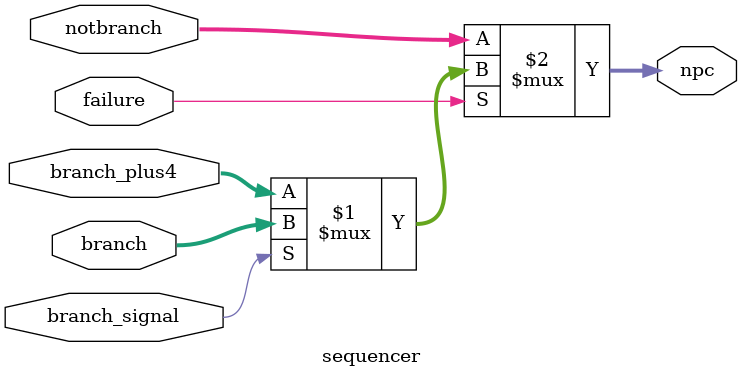
<source format=v>
`timescale 1ns / 1ps

`include "99_define.vh"

module sequencer(
    input wire branch_signal,
    input wire [31:0]branch_plus4,
    input wire failure,
    input wire [31:0]branch,
    input wire [31:0]notbranch,

    output wire [31:0]npc
    );

    assign npc = failure ? (branch_signal ? branch : branch_plus4) : notbranch;

endmodule


    
</source>
